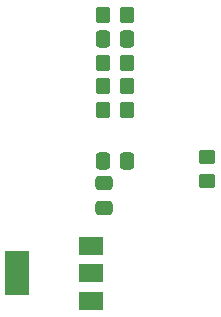
<source format=gtp>
G04 #@! TF.GenerationSoftware,KiCad,Pcbnew,(6.0.2)*
G04 #@! TF.CreationDate,2022-09-29T23:54:57+02:00*
G04 #@! TF.ProjectId,ESPBreakoutBoard-Min-Cutout,45535042-7265-4616-9b6f-7574426f6172,rev?*
G04 #@! TF.SameCoordinates,Original*
G04 #@! TF.FileFunction,Paste,Top*
G04 #@! TF.FilePolarity,Positive*
%FSLAX46Y46*%
G04 Gerber Fmt 4.6, Leading zero omitted, Abs format (unit mm)*
G04 Created by KiCad (PCBNEW (6.0.2)) date 2022-09-29 23:54:57*
%MOMM*%
%LPD*%
G01*
G04 APERTURE LIST*
G04 Aperture macros list*
%AMRoundRect*
0 Rectangle with rounded corners*
0 $1 Rounding radius*
0 $2 $3 $4 $5 $6 $7 $8 $9 X,Y pos of 4 corners*
0 Add a 4 corners polygon primitive as box body*
4,1,4,$2,$3,$4,$5,$6,$7,$8,$9,$2,$3,0*
0 Add four circle primitives for the rounded corners*
1,1,$1+$1,$2,$3*
1,1,$1+$1,$4,$5*
1,1,$1+$1,$6,$7*
1,1,$1+$1,$8,$9*
0 Add four rect primitives between the rounded corners*
20,1,$1+$1,$2,$3,$4,$5,0*
20,1,$1+$1,$4,$5,$6,$7,0*
20,1,$1+$1,$6,$7,$8,$9,0*
20,1,$1+$1,$8,$9,$2,$3,0*%
G04 Aperture macros list end*
%ADD10RoundRect,0.250000X-0.337500X-0.475000X0.337500X-0.475000X0.337500X0.475000X-0.337500X0.475000X0*%
%ADD11RoundRect,0.249999X-0.450001X0.350001X-0.450001X-0.350001X0.450001X-0.350001X0.450001X0.350001X0*%
%ADD12RoundRect,0.249999X-0.350001X-0.450001X0.350001X-0.450001X0.350001X0.450001X-0.350001X0.450001X0*%
%ADD13RoundRect,0.249999X0.350001X0.450001X-0.350001X0.450001X-0.350001X-0.450001X0.350001X-0.450001X0*%
%ADD14R,2.000000X1.500000*%
%ADD15R,2.000000X3.800000*%
%ADD16RoundRect,0.250275X0.474725X-0.337225X0.474725X0.337225X-0.474725X0.337225X-0.474725X-0.337225X0*%
%ADD17RoundRect,0.250000X0.475000X-0.337500X0.475000X0.337500X-0.475000X0.337500X-0.475000X-0.337500X0*%
G04 APERTURE END LIST*
D10*
X145762500Y-83150000D03*
X147837500Y-83150000D03*
X145762500Y-72800000D03*
X147837500Y-72800000D03*
D11*
X154600000Y-82800000D03*
X154600000Y-84800000D03*
D12*
X145800000Y-70800000D03*
X147800000Y-70800000D03*
X145800000Y-74800000D03*
X147800000Y-74800000D03*
D13*
X147800000Y-78800000D03*
X145800000Y-78800000D03*
X147800000Y-76800000D03*
X145800000Y-76800000D03*
D14*
X144800000Y-94942932D03*
D15*
X138500000Y-92642932D03*
D14*
X144800000Y-92642932D03*
X144800000Y-90342932D03*
D16*
X145900000Y-87087500D03*
D17*
X145900000Y-85012500D03*
M02*

</source>
